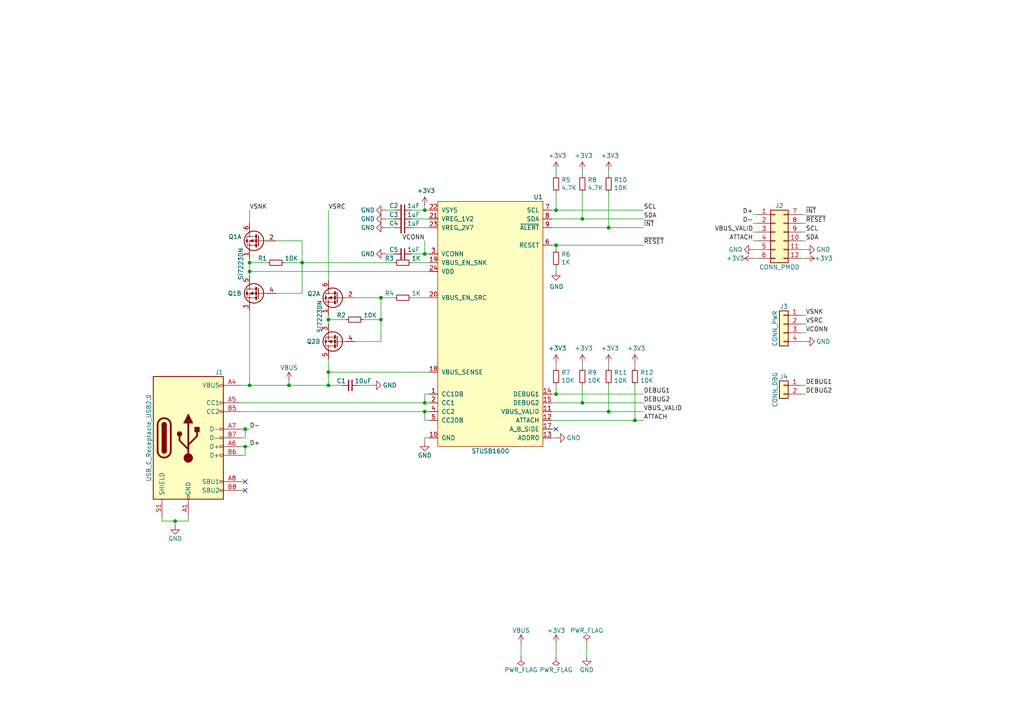
<source format=kicad_sch>
(kicad_sch (version 20230121) (generator eeschema)
  (paper "A4")
  (lib_symbols
    (symbol "Connector_Generic:Conn_01x02" (pin_names (offset 1.016) hide)
      (property "Reference" "J" (at 0 2.54 0))
      (property "Value" "Conn_01x02" (at 0 -5.08 0))
      (symbol "Conn_01x02_1_1"
        (rectangle (start -1.27 -2.413) (end 0 -2.667) (stroke (width 0.1524)))
        (rectangle (start -1.27 0.127) (end 0 -0.127) (stroke (width 0.1524)))
        (rectangle (start -1.27 1.27) (end 1.27 -3.81) (stroke (width 0.254)) (fill (type background)))
        (pin passive line (at -5.08 0 0) (length 3.81) (name "Pin_1") (number "1"))
        (pin passive line (at -5.08 -2.54 0) (length 3.81) (name "Pin_2") (number "2"))
      )
    )
    (symbol "Connector_Generic:Conn_01x04" (pin_names (offset 1.016) hide)
      (property "Reference" "J" (at 0 5.08 0))
      (property "Value" "Conn_01x04" (at 0 -7.62 0))
      (symbol "Conn_01x04_1_1"
        (rectangle (start -1.27 -4.953) (end 0 -5.207) (stroke (width 0.1524)))
        (rectangle (start -1.27 -2.413) (end 0 -2.667) (stroke (width 0.1524)))
        (rectangle (start -1.27 0.127) (end 0 -0.127) (stroke (width 0.1524)))
        (rectangle (start -1.27 2.667) (end 0 2.413) (stroke (width 0.1524)))
        (rectangle (start -1.27 3.81) (end 1.27 -6.35) (stroke (width 0.254)) (fill (type background)))
        (pin passive line (at -5.08 2.54 0) (length 3.81) (name "Pin_1") (number "1"))
        (pin passive line (at -5.08 0 0) (length 3.81) (name "Pin_2") (number "2"))
        (pin passive line (at -5.08 -2.54 0) (length 3.81) (name "Pin_3") (number "3"))
        (pin passive line (at -5.08 -5.08 0) (length 3.81) (name "Pin_4") (number "4"))
      )
    )
    (symbol "Connector_Generic:Conn_02x06_Top_Bottom" (pin_names (offset 1.016) hide)
      (property "Reference" "J" (at 1.27 7.62 0))
      (property "Value" "Conn_02x06_Top_Bottom" (at 1.27 -10.16 0))
      (symbol "Conn_02x06_Top_Bottom_1_1"
        (rectangle (start -1.27 -7.493) (end 0 -7.747) (stroke (width 0.1524)))
        (rectangle (start -1.27 -4.953) (end 0 -5.207) (stroke (width 0.1524)))
        (rectangle (start -1.27 -2.413) (end 0 -2.667) (stroke (width 0.1524)))
        (rectangle (start -1.27 0.127) (end 0 -0.127) (stroke (width 0.1524)))
        (rectangle (start -1.27 2.667) (end 0 2.413) (stroke (width 0.1524)))
        (rectangle (start -1.27 5.207) (end 0 4.953) (stroke (width 0.1524)))
        (rectangle (start -1.27 6.35) (end 3.81 -8.89) (stroke (width 0.254)) (fill (type background)))
        (rectangle (start 3.81 -7.493) (end 2.54 -7.747) (stroke (width 0.1524)))
        (rectangle (start 3.81 -4.953) (end 2.54 -5.207) (stroke (width 0.1524)))
        (rectangle (start 3.81 -2.413) (end 2.54 -2.667) (stroke (width 0.1524)))
        (rectangle (start 3.81 0.127) (end 2.54 -0.127) (stroke (width 0.1524)))
        (rectangle (start 3.81 2.667) (end 2.54 2.413) (stroke (width 0.1524)))
        (rectangle (start 3.81 5.207) (end 2.54 4.953) (stroke (width 0.1524)))
        (pin passive line (at -5.08 5.08 0) (length 3.81) (name "Pin_1") (number "1"))
        (pin passive line (at 7.62 -2.54 180) (length 3.81) (name "Pin_10") (number "10"))
        (pin passive line (at 7.62 -5.08 180) (length 3.81) (name "Pin_11") (number "11"))
        (pin passive line (at 7.62 -7.62 180) (length 3.81) (name "Pin_12") (number "12"))
        (pin passive line (at -5.08 2.54 0) (length 3.81) (name "Pin_2") (number "2"))
        (pin passive line (at -5.08 0 0) (length 3.81) (name "Pin_3") (number "3"))
        (pin passive line (at -5.08 -2.54 0) (length 3.81) (name "Pin_4") (number "4"))
        (pin passive line (at -5.08 -5.08 0) (length 3.81) (name "Pin_5") (number "5"))
        (pin passive line (at -5.08 -7.62 0) (length 3.81) (name "Pin_6") (number "6"))
        (pin passive line (at 7.62 5.08 180) (length 3.81) (name "Pin_7") (number "7"))
        (pin passive line (at 7.62 2.54 180) (length 3.81) (name "Pin_8") (number "8"))
        (pin passive line (at 7.62 0 180) (length 3.81) (name "Pin_9") (number "9"))
      )
    )
    (symbol "Device:C_Small" (pin_numbers hide) (pin_names (offset 0.254) hide)
      (property "Reference" "C" (at 0.254 1.778 0))
      (property "Value" "C_Small" (at 0.254 -2.032 0))
      (symbol "C_Small_0_1"
        (polyline (pts (xy -1.524 -0.508) (xy 1.524 -0.508)) (stroke (width 0.3302)))
        (polyline (pts (xy -1.524 0.508) (xy 1.524 0.508)) (stroke (width 0.3048)))
      )
      (symbol "C_Small_1_1"
        (pin passive line (at 0 2.54 270) (length 2.032) (name "~") (number "1"))
        (pin passive line (at 0 -2.54 90) (length 2.032) (name "~") (number "2"))
      )
    )
    (symbol "Device:R_Small" (pin_numbers hide) (pin_names (offset 0.254) hide)
      (property "Reference" "R" (at 0.762 0.508 0))
      (property "Value" "R_Small" (at 0.762 -1.016 0))
      (symbol "R_Small_0_1"
        (rectangle (start -0.762 1.778) (end 0.762 -1.778) (stroke (width 0.2032)))
      )
      (symbol "R_Small_1_1"
        (pin passive line (at 0 2.54 270) (length 0.762) (name "~") (number "1"))
        (pin passive line (at 0 -2.54 90) (length 0.762) (name "~") (number "2"))
      )
    )
    (symbol "Interface_USB_Extra:STUSB1600" (pin_names (offset 1.016))
      (property "Reference" "U" (at 13.97 21.59 0))
      (property "Value" "STUSB1600" (at 0 -52.07 0))
      (symbol "STUSB1600_0_1"
        (rectangle (start -15.24 20.32) (end 15.24 -50.8) (fill (type background)))
      )
      (symbol "STUSB1600_1_1"
        (pin bidirectional line (at -17.78 -35.56 0) (length 2.54) (name "CC1DB") (number "1"))
        (pin power_in line (at -17.78 -48.26 0) (length 2.54) (name "GND") (number "10"))
        (pin output line (at 17.78 -40.64 180) (length 2.54) (name "VBUS_VALID") (number "11"))
        (pin output line (at 17.78 -43.18 180) (length 2.54) (name "ATTACH") (number "12"))
        (pin input line (at 17.78 -48.26 180) (length 2.54) (name "ADDR0") (number "13"))
        (pin output line (at 17.78 -35.56 180) (length 2.54) (name "DEBUG1") (number "14"))
        (pin output line (at 17.78 -38.1 180) (length 2.54) (name "DEBUG2") (number "15"))
        (pin output line (at 17.78 -45.72 180) (length 2.54) (name "A_B_SIDE") (number "17"))
        (pin input line (at -17.78 -29.21 0) (length 2.54) (name "VBUS_SENSE") (number "18"))
        (pin output line (at -17.78 2.54 0) (length 2.54) (name "VBUS_EN_SNK") (number "19"))
        (pin bidirectional line (at -17.78 -38.1 0) (length 2.54) (name "CC1") (number "2"))
        (pin output line (at -17.78 -7.62 0) (length 2.54) (name "VBUS_EN_SRC") (number "20"))
        (pin power_out line (at -17.78 15.24 0) (length 2.54) (name "VREG_1V2") (number "21"))
        (pin power_in line (at -17.78 17.78 0) (length 2.54) (name "VSYS") (number "22"))
        (pin power_out line (at -17.78 12.7 0) (length 2.54) (name "VREG_2V7") (number "23"))
        (pin input line (at -17.78 0 0) (length 2.54) (name "VDD") (number "24"))
        (pin passive line (at -17.78 -48.26 0) (length 2.54) hide (name "GND") (number "25"))
        (pin input line (at -17.78 5.08 0) (length 2.54) (name "VCONN") (number "3"))
        (pin bidirectional line (at -17.78 -40.64 0) (length 2.54) (name "CC2") (number "4"))
        (pin bidirectional line (at -17.78 -43.18 0) (length 2.54) (name "CC2DB") (number "5"))
        (pin input line (at 17.78 7.62 180) (length 2.54) (name "RESET") (number "6"))
        (pin input line (at 17.78 17.78 180) (length 2.54) (name "SCL") (number "7"))
        (pin bidirectional line (at 17.78 15.24 180) (length 2.54) (name "SDA") (number "8"))
        (pin output line (at 17.78 12.7 180) (length 2.54) (name "~{ALERT}") (number "9"))
      )
    )
    (symbol "Transistor_FET_Extra:Si7223DN" (pin_names (offset 0) hide)
      (property "Reference" "Q" (at 5.08 1.905 0))
      (property "Value" "Si7223DN" (at 5.08 0 0))
      (symbol "Si7223DN_0_1"
        (polyline (pts (xy 0 0) (xy -2.54 0)))
        (polyline (pts (xy 0.635 -1.016) (xy 0.635 -1.651)) (stroke (width 0.508)))
        (polyline (pts (xy 0.635 0.381) (xy 0.635 -0.381)) (stroke (width 0.508)))
        (polyline (pts (xy 0.635 1.651) (xy 0.635 1.016)) (stroke (width 0.508)))
        (polyline (pts (xy 0 1.524) (xy 0 -1.524) (xy 0 -1.524)) (stroke (width 0.254)))
        (polyline (pts (xy 0.762 -1.27) (xy 2.54 -1.27) (xy 2.54 -2.54) (xy 2.54 -2.54)))
        (polyline (pts (xy 0.762 1.27) (xy 2.54 1.27) (xy 2.54 2.54) (xy 2.54 2.54)))
        (polyline (pts (xy 2.54 0) (xy 1.524 0.381) (xy 1.524 -0.381) (xy 2.54 0)) (fill (type outline)))
        (polyline (pts (xy 2.54 1.27) (xy 3.302 1.27) (xy 3.302 -1.27) (xy 2.54 -1.27)))
        (polyline (pts (xy 3.048 0.254) (xy 3.556 0.254) (xy 3.302 -0.381) (xy 3.048 0.254)) (fill (type outline)))
        (polyline (pts (xy 3.683 -0.127) (xy 3.556 -0.254) (xy 3.048 -0.254) (xy 2.921 -0.381)))
        (polyline (pts (xy 0.762 0) (xy 1.27 0) (xy 2.54 0) (xy 2.54 -1.27) (xy 2.54 -1.27)))
        (circle (center 1.27 0) (radius 2.8194) (stroke (width 0.254)))
        (circle (center 2.54 -1.27) (radius 0.127))
        (circle (center 2.54 1.27) (radius 0.127))
      )
      (symbol "Si7223DN_1_1"
        (polyline (pts (xy 3.048 -0.254) (xy 3.556 -0.254)))
        (pin passive line (at 2.54 -5.08 90) (length 2.54) (name "S1") (number "1"))
        (pin input line (at -5.08 0 0) (length 2.54) (name "G1") (number "2"))
        (pin passive line (at 2.54 5.08 270) (length 2.54) (name "D1") (number "6"))
      )
      (symbol "Si7223DN_2_1"
        (polyline (pts (xy 3.302 -0.381) (xy 3.048 0.254) (xy 3.556 0.254) (xy 3.302 -0.381)) (fill (type outline)))
        (pin passive line (at 2.54 -5.08 90) (length 2.54) (name "S2") (number "3"))
        (pin input line (at -5.08 0 0) (length 2.54) (name "G2") (number "4"))
        (pin passive line (at 2.54 5.08 270) (length 2.54) (name "D2") (number "5"))
      )
    )
    (symbol "power:GND" (power) (pin_names (offset 0))
      (property "Value" "GND" (at 0 -3.81 0))
      (symbol "GND_0_1"
        (polyline (pts (xy 0 0) (xy 0 -1.27) (xy 1.27 -1.27) (xy 0 -2.54) (xy -1.27 -1.27) (xy 0 -1.27)))
      )
      (symbol "GND_1_1"
        (pin power_in line (at 0 0 270) (length 0) hide (name "GND") (number "1"))
      )
    )
    (symbol "power:PWR_FLAG" (power) (pin_numbers hide) (pin_names (offset 0) hide)
      (property "Value" "PWR_FLAG" (at 0 3.81 0))
      (symbol "PWR_FLAG_0_0"
        (pin power_out line (at 0 0 90) (length 0) (name "pwr") (number "1"))
      )
      (symbol "PWR_FLAG_0_1"
        (polyline (pts (xy 0 0) (xy 0 1.27) (xy -1.016 1.905) (xy 0 2.54) (xy 1.016 1.905) (xy 0 1.27)))
      )
    )
    (symbol "power:VBUS" (power) (pin_names (offset 0))
      (property "Value" "VBUS" (at 0 3.81 0))
      (symbol "VBUS_0_1"
        (polyline (pts (xy -0.762 1.27) (xy 0 2.54)))
        (polyline (pts (xy 0 0) (xy 0 2.54)))
        (polyline (pts (xy 0 2.54) (xy 0.762 1.27)))
      )
      (symbol "VBUS_1_1"
        (pin power_in line (at 0 0 90) (length 0) hide (name "VBUS") (number "1"))
      )
    )
    (symbol "stusb1600_breakout-rescue:+3.3V-power" (power) (pin_names (offset 0))
      (property "Value" "+3.3V-power" (at 0 3.556 0))
      (symbol "+3.3V-power_0_1"
        (polyline (pts (xy -0.762 1.27) (xy 0 2.54)))
        (polyline (pts (xy 0 0) (xy 0 2.54)))
        (polyline (pts (xy 0 2.54) (xy 0.762 1.27)))
      )
      (symbol "+3.3V-power_1_1"
        (pin power_in line (at 0 0 90) (length 0) hide (name "+3V3") (number "1"))
      )
    )
    (symbol "stusb1600_breakout-rescue:USB_C_Receptacle_USB2.0-Connector" (pin_names (offset 1.016))
      (property "Reference" "J" (at -10.16 19.05 0))
      (property "Value" "Connector_USB_C_Receptacle_USB2.0" (at 19.05 19.05 0))
      (symbol "USB_C_Receptacle_USB2.0-Connector_0_0"
        (rectangle (start -0.254 -17.78) (end 0.254 -16.764))
        (rectangle (start 10.16 -14.986) (end 9.144 -15.494))
        (rectangle (start 10.16 -12.446) (end 9.144 -12.954))
        (rectangle (start 10.16 -4.826) (end 9.144 -5.334))
        (rectangle (start 10.16 -2.286) (end 9.144 -2.794))
        (rectangle (start 10.16 0.254) (end 9.144 -0.254))
        (rectangle (start 10.16 2.794) (end 9.144 2.286))
        (rectangle (start 10.16 7.874) (end 9.144 7.366))
        (rectangle (start 10.16 10.414) (end 9.144 9.906))
        (rectangle (start 10.16 15.494) (end 9.144 14.986))
      )
      (symbol "USB_C_Receptacle_USB2.0-Connector_0_1"
        (rectangle (start -10.16 17.78) (end 10.16 -17.78) (stroke (width 0.254)) (fill (type background)))
        (arc (start -8.89 -3.81) (mid -6.985 -5.7067) (end -5.08 -3.81) (stroke (width 0.508)))
        (arc (start -7.62 -3.81) (mid -6.985 -4.4423) (end -6.35 -3.81) (stroke (width 0.254)))
        (arc (start -7.62 -3.81) (mid -6.985 -4.4423) (end -6.35 -3.81) (stroke (width 0.254)) (fill (type outline)))
        (rectangle (start -7.62 -3.81) (end -6.35 3.81) (stroke (width 0.254)) (fill (type outline)))
        (arc (start -6.35 3.81) (mid -6.985 4.4423) (end -7.62 3.81) (stroke (width 0.254)))
        (arc (start -6.35 3.81) (mid -6.985 4.4423) (end -7.62 3.81) (stroke (width 0.254)) (fill (type outline)))
        (arc (start -5.08 3.81) (mid -6.985 5.7067) (end -8.89 3.81) (stroke (width 0.508)))
        (circle (center -2.54 1.143) (radius 0.635) (stroke (width 0.254)) (fill (type outline)))
        (circle (center 0 -5.842) (radius 1.27) (fill (type outline)))
        (polyline (pts (xy -8.89 -3.81) (xy -8.89 3.81)) (stroke (width 0.508)))
        (polyline (pts (xy -5.08 3.81) (xy -5.08 -3.81)) (stroke (width 0.508)))
        (polyline (pts (xy 0 -5.842) (xy 0 4.318)) (stroke (width 0.508)))
        (polyline (pts (xy 0 -3.302) (xy -2.54 -0.762) (xy -2.54 0.508)) (stroke (width 0.508)))
        (polyline (pts (xy 0 -2.032) (xy 2.54 0.508) (xy 2.54 1.778)) (stroke (width 0.508)))
        (polyline (pts (xy -1.27 4.318) (xy 0 6.858) (xy 1.27 4.318) (xy -1.27 4.318)) (stroke (width 0.254)) (fill (type outline)))
        (rectangle (start 1.905 1.778) (end 3.175 3.048) (stroke (width 0.254)) (fill (type outline)))
      )
      (symbol "USB_C_Receptacle_USB2.0-Connector_1_1"
        (pin power_in line (at 0 -22.86 90) (length 5.08) (name "GND") (number "A1"))
        (pin passive line (at 0 -22.86 90) (length 5.08) hide (name "GND") (number "A12"))
        (pin power_in line (at 15.24 15.24 180) (length 5.08) (name "VBUS") (number "A4"))
        (pin bidirectional line (at 15.24 10.16 180) (length 5.08) (name "CC1") (number "A5"))
        (pin bidirectional line (at 15.24 -2.54 180) (length 5.08) (name "D+") (number "A6"))
        (pin bidirectional line (at 15.24 2.54 180) (length 5.08) (name "D-") (number "A7"))
        (pin bidirectional line (at 15.24 -12.7 180) (length 5.08) (name "SBU1") (number "A8"))
        (pin passive line (at 15.24 15.24 180) (length 5.08) hide (name "VBUS") (number "A9"))
        (pin passive line (at 0 -22.86 90) (length 5.08) hide (name "GND") (number "B1"))
        (pin passive line (at 0 -22.86 90) (length 5.08) hide (name "GND") (number "B12"))
        (pin passive line (at 15.24 15.24 180) (length 5.08) hide (name "VBUS") (number "B4"))
        (pin bidirectional line (at 15.24 7.62 180) (length 5.08) (name "CC2") (number "B5"))
        (pin bidirectional line (at 15.24 -5.08 180) (length 5.08) (name "D+") (number "B6"))
        (pin bidirectional line (at 15.24 0 180) (length 5.08) (name "D-") (number "B7"))
        (pin bidirectional line (at 15.24 -15.24 180) (length 5.08) (name "SBU2") (number "B8"))
        (pin passive line (at 15.24 15.24 180) (length 5.08) hide (name "VBUS") (number "B9"))
        (pin passive line (at -7.62 -22.86 90) (length 5.08) (name "SHIELD") (number "S1"))
      )
    )
  )
  (junction (at 123.19 119.38))
  (junction (at 72.39 111.76))
  (junction (at 110.49 92.71))
  (junction (at 72.39 78.74))
  (junction (at 95.25 111.76))
  (junction (at 50.8 151.13))
  (junction (at 184.15 121.92))
  (junction (at 87.63 76.2))
  (junction (at 161.29 71.12))
  (junction (at 72.39 76.2))
  (junction (at 110.49 86.36))
  (junction (at 71.12 129.54))
  (junction (at 161.29 114.3))
  (junction (at 168.91 63.5))
  (junction (at 71.12 124.46))
  (junction (at 123.19 60.96))
  (junction (at 176.53 66.04))
  (junction (at 176.53 119.38))
  (junction (at 168.91 116.84))
  (junction (at 123.19 116.84))
  (junction (at 95.25 107.95))
  (junction (at 83.82 111.76))
  (junction (at 95.25 92.71))
  (junction (at 123.19 73.66))
  (junction (at 161.29 60.96))
  (no_connect (at 71.12 139.7))
  (no_connect (at 161.29 124.46))
  (no_connect (at 71.12 142.24))
  (wire (pts (xy 124.46 127) (xy 123.19 127)))
  (wire (pts (xy 232.41 64.77) (xy 233.68 64.77)))
  (wire (pts (xy 160.02 121.92) (xy 184.15 121.92)))
  (wire (pts (xy 170.18 190.5) (xy 170.18 186.69)))
  (wire (pts (xy 160.02 114.3) (xy 161.29 114.3)))
  (wire (pts (xy 72.39 64.77) (xy 72.39 60.96)))
  (wire (pts (xy 219.71 69.85) (xy 218.44 69.85)))
  (wire (pts (xy 95.25 107.95) (xy 95.25 111.76)))
  (wire (pts (xy 123.19 114.3) (xy 123.19 116.84)))
  (wire (pts (xy 114.3 60.96) (xy 111.76 60.96)))
  (wire (pts (xy 114.3 63.5) (xy 111.76 63.5)))
  (wire (pts (xy 72.39 78.74) (xy 124.46 78.74)))
  (wire (pts (xy 77.47 76.2) (xy 72.39 76.2)))
  (wire (pts (xy 161.29 71.12) (xy 186.69 71.12)))
  (wire (pts (xy 168.91 116.84) (xy 186.69 116.84)))
  (wire (pts (xy 69.85 116.84) (xy 123.19 116.84)))
  (wire (pts (xy 151.13 186.69) (xy 151.13 190.5)))
  (wire (pts (xy 123.19 119.38) (xy 124.46 119.38)))
  (wire (pts (xy 176.53 111.76) (xy 176.53 119.38)))
  (wire (pts (xy 160.02 66.04) (xy 176.53 66.04)))
  (wire (pts (xy 176.53 66.04) (xy 186.69 66.04)))
  (wire (pts (xy 168.91 55.88) (xy 168.91 63.5)))
  (wire (pts (xy 71.12 129.54) (xy 72.39 129.54)))
  (wire (pts (xy 219.71 74.93) (xy 218.44 74.93)))
  (wire (pts (xy 123.19 60.96) (xy 119.38 60.96)))
  (wire (pts (xy 95.25 107.95) (xy 95.25 104.14)))
  (wire (pts (xy 232.41 69.85) (xy 233.68 69.85)))
  (wire (pts (xy 71.12 124.46) (xy 72.39 124.46)))
  (wire (pts (xy 119.38 66.04) (xy 124.46 66.04)))
  (wire (pts (xy 87.63 85.09) (xy 80.01 85.09)))
  (wire (pts (xy 104.14 111.76) (xy 107.95 111.76)))
  (wire (pts (xy 232.41 67.31) (xy 233.68 67.31)))
  (wire (pts (xy 161.29 50.8) (xy 161.29 49.53)))
  (wire (pts (xy 160.02 127) (xy 161.29 127)))
  (wire (pts (xy 69.85 119.38) (xy 123.19 119.38)))
  (wire (pts (xy 160.02 71.12) (xy 161.29 71.12)))
  (wire (pts (xy 161.29 60.96) (xy 161.29 55.88)))
  (wire (pts (xy 123.19 121.92) (xy 123.19 119.38)))
  (wire (pts (xy 232.41 111.76) (xy 233.68 111.76)))
  (wire (pts (xy 184.15 121.92) (xy 186.69 121.92)))
  (wire (pts (xy 50.8 151.13) (xy 54.61 151.13)))
  (wire (pts (xy 69.85 142.24) (xy 71.12 142.24)))
  (wire (pts (xy 95.25 111.76) (xy 99.06 111.76)))
  (wire (pts (xy 105.41 92.71) (xy 110.49 92.71)))
  (wire (pts (xy 160.02 116.84) (xy 168.91 116.84)))
  (wire (pts (xy 168.91 50.8) (xy 168.91 49.53)))
  (wire (pts (xy 161.29 60.96) (xy 186.69 60.96)))
  (wire (pts (xy 95.25 111.76) (xy 83.82 111.76)))
  (wire (pts (xy 176.53 49.53) (xy 176.53 50.8)))
  (wire (pts (xy 72.39 90.17) (xy 72.39 111.76)))
  (wire (pts (xy 124.46 121.92) (xy 123.19 121.92)))
  (wire (pts (xy 119.38 86.36) (xy 124.46 86.36)))
  (wire (pts (xy 123.19 127) (xy 123.19 128.27)))
  (wire (pts (xy 50.8 151.13) (xy 50.8 152.4)))
  (wire (pts (xy 161.29 186.69) (xy 161.29 190.5)))
  (wire (pts (xy 95.25 92.71) (xy 95.25 93.98)))
  (wire (pts (xy 160.02 119.38) (xy 176.53 119.38)))
  (wire (pts (xy 72.39 111.76) (xy 69.85 111.76)))
  (wire (pts (xy 114.3 76.2) (xy 87.63 76.2)))
  (wire (pts (xy 114.3 73.66) (xy 111.76 73.66)))
  (wire (pts (xy 72.39 78.74) (xy 72.39 76.2)))
  (wire (pts (xy 83.82 111.76) (xy 72.39 111.76)))
  (wire (pts (xy 71.12 132.08) (xy 71.12 129.54)))
  (wire (pts (xy 232.41 62.23) (xy 233.68 62.23)))
  (wire (pts (xy 160.02 124.46) (xy 161.29 124.46)))
  (wire (pts (xy 161.29 114.3) (xy 161.29 111.76)))
  (wire (pts (xy 124.46 107.95) (xy 95.25 107.95)))
  (wire (pts (xy 161.29 77.47) (xy 161.29 78.74)))
  (wire (pts (xy 102.87 86.36) (xy 110.49 86.36)))
  (wire (pts (xy 160.02 63.5) (xy 168.91 63.5)))
  (wire (pts (xy 232.41 74.93) (xy 233.68 74.93)))
  (wire (pts (xy 87.63 76.2) (xy 87.63 85.09)))
  (wire (pts (xy 69.85 124.46) (xy 71.12 124.46)))
  (wire (pts (xy 219.71 64.77) (xy 218.44 64.77)))
  (wire (pts (xy 232.41 96.52) (xy 233.68 96.52)))
  (wire (pts (xy 168.91 63.5) (xy 186.69 63.5)))
  (wire (pts (xy 72.39 80.01) (xy 72.39 78.74)))
  (wire (pts (xy 110.49 92.71) (xy 110.49 99.06)))
  (wire (pts (xy 69.85 129.54) (xy 71.12 129.54)))
  (wire (pts (xy 184.15 111.76) (xy 184.15 121.92)))
  (wire (pts (xy 71.12 127) (xy 71.12 124.46)))
  (wire (pts (xy 219.71 67.31) (xy 218.44 67.31)))
  (wire (pts (xy 69.85 139.7) (xy 71.12 139.7)))
  (wire (pts (xy 123.19 60.96) (xy 123.19 59.69)))
  (wire (pts (xy 123.19 73.66) (xy 124.46 73.66)))
  (wire (pts (xy 232.41 114.3) (xy 233.68 114.3)))
  (wire (pts (xy 83.82 111.76) (xy 83.82 110.49)))
  (wire (pts (xy 69.85 132.08) (xy 71.12 132.08)))
  (wire (pts (xy 87.63 69.85) (xy 87.63 76.2)))
  (wire (pts (xy 124.46 114.3) (xy 123.19 114.3)))
  (wire (pts (xy 123.19 69.85) (xy 123.19 73.66)))
  (wire (pts (xy 110.49 99.06) (xy 102.87 99.06)))
  (wire (pts (xy 46.99 149.86) (xy 46.99 151.13)))
  (wire (pts (xy 119.38 63.5) (xy 124.46 63.5)))
  (wire (pts (xy 82.55 76.2) (xy 87.63 76.2)))
  (wire (pts (xy 168.91 111.76) (xy 168.91 116.84)))
  (wire (pts (xy 219.71 62.23) (xy 218.44 62.23)))
  (wire (pts (xy 95.25 91.44) (xy 95.25 92.71)))
  (wire (pts (xy 176.53 105.41) (xy 176.53 106.68)))
  (wire (pts (xy 95.25 81.28) (xy 95.25 60.96)))
  (wire (pts (xy 119.38 73.66) (xy 123.19 73.66)))
  (wire (pts (xy 161.29 106.68) (xy 161.29 105.41)))
  (wire (pts (xy 54.61 151.13) (xy 54.61 149.86)))
  (wire (pts (xy 110.49 86.36) (xy 110.49 92.71)))
  (wire (pts (xy 232.41 91.44) (xy 233.68 91.44)))
  (wire (pts (xy 161.29 114.3) (xy 186.69 114.3)))
  (wire (pts (xy 124.46 76.2) (xy 119.38 76.2)))
  (wire (pts (xy 176.53 119.38) (xy 186.69 119.38)))
  (wire (pts (xy 72.39 76.2) (xy 72.39 74.93)))
  (wire (pts (xy 232.41 99.06) (xy 233.68 99.06)))
  (wire (pts (xy 95.25 92.71) (xy 100.33 92.71)))
  (wire (pts (xy 168.91 106.68) (xy 168.91 105.41)))
  (wire (pts (xy 160.02 60.96) (xy 161.29 60.96)))
  (wire (pts (xy 232.41 93.98) (xy 233.68 93.98)))
  (wire (pts (xy 176.53 55.88) (xy 176.53 66.04)))
  (wire (pts (xy 114.3 66.04) (xy 111.76 66.04)))
  (wire (pts (xy 232.41 72.39) (xy 233.68 72.39)))
  (wire (pts (xy 110.49 86.36) (xy 114.3 86.36)))
  (wire (pts (xy 161.29 71.12) (xy 161.29 72.39)))
  (wire (pts (xy 184.15 105.41) (xy 184.15 106.68)))
  (wire (pts (xy 46.99 151.13) (xy 50.8 151.13)))
  (wire (pts (xy 80.01 69.85) (xy 87.63 69.85)))
  (wire (pts (xy 219.71 72.39) (xy 218.44 72.39)))
  (wire (pts (xy 69.85 127) (xy 71.12 127)))
  (wire (pts (xy 123.19 116.84) (xy 124.46 116.84)))
  (wire (pts (xy 124.46 60.96) (xy 123.19 60.96)))
  (label "~{RESET}" (at 186.69 71.12 0))
  (label "VBUS_VALID" (at 218.44 67.31 180))
  (label "D+" (at 72.39 129.54 0))
  (label "SDA" (at 233.68 69.85 0))
  (label "VCONN" (at 123.19 69.85 180))
  (label "ATTACH" (at 186.69 121.92 0))
  (label "DEBUG1" (at 186.69 114.3 0))
  (label "VSRC" (at 95.25 60.96 0))
  (label "D+" (at 218.44 62.23 180))
  (label "VCONN" (at 233.68 96.52 0))
  (label "~{RESET}" (at 233.68 64.77 0))
  (label "VSRC" (at 233.68 93.98 0))
  (label "VSNK" (at 233.68 91.44 0))
  (label "DEBUG2" (at 186.69 116.84 0))
  (label "ATTACH" (at 218.44 69.85 180))
  (label "SDA" (at 186.69 63.5 0))
  (label "SCL" (at 186.69 60.96 0))
  (label "VSNK" (at 72.39 60.96 0))
  (label "DEBUG2" (at 233.68 114.3 0))
  (label "D-" (at 218.44 64.77 180))
  (label "SCL" (at 233.68 67.31 0))
  (label "D-" (at 72.39 124.46 0))
  (label "DEBUG1" (at 233.68 111.76 0))
  (label "VBUS_VALID" (at 186.69 119.38 0))
  (label "~{INT}" (at 233.68 62.23 0))
  (label "~{INT}" (at 186.69 66.04 0))
  (symbol (lib_id "Interface_USB_Extra:STUSB1600") (at 142.24 78.74 0) (unit 1)
    (property "Reference" "U1" (at 157.48 57.15 0) (effects (justify right)))
    (property "Value" "STUSB1600" (at 142.24 130.81 0))
    (property "Footprint" "Package_DFN_QFN:QFN-24-1EP_4x4mm_P0.5mm_EP2.7x2.7mm" (effects hide))
  )
  (symbol (lib_id "Device:R_Small") (at 161.29 74.93 0) (unit 1)
    (property "Reference" "R6" (at 162.7886 73.7616 0) (effects (justify left)))
    (property "Value" "1K" (at 162.7886 76.073 0) (effects (justify left)))
    (property "Footprint" "Resistor_SMD:R_0402_1005Metric" (effects hide))
  )
  (symbol (lib_id "power:GND") (at 161.29 78.74 0) (unit 1)
    (property "Reference" "#PWR0101" (effects hide))
    (property "Value" "GND" (at 161.417 83.1342 0))
  )
  (symbol (lib_id "Device:R_Small") (at 161.29 53.34 0) (unit 1)
    (property "Reference" "R5" (at 162.7886 52.1716 0) (effects (justify left)))
    (property "Value" "4.7K" (at 162.7886 54.483 0) (effects (justify left)))
    (property "Footprint" "Resistor_SMD:R_0402_1005Metric" (effects hide))
  )
  (symbol (lib_id "Device:R_Small") (at 168.91 53.34 0) (unit 1)
    (property "Reference" "R8" (at 170.4086 52.1716 0) (effects (justify left)))
    (property "Value" "4.7K" (at 170.4086 54.483 0) (effects (justify left)))
    (property "Footprint" "Resistor_SMD:R_0402_1005Metric" (effects hide))
  )
  (symbol (lib_id "stusb1600_breakout-rescue:+3.3V-power") (at 168.91 49.53 0) (unit 1)
    (property "Reference" "#PWR0103" (effects hide))
    (property "Value" "+3.3V" (at 169.291 45.1358 0))
  )
  (symbol (lib_id "stusb1600_breakout-rescue:+3.3V-power") (at 161.29 49.53 0) (unit 1)
    (property "Reference" "#PWR0102" (effects hide))
    (property "Value" "+3.3V" (at 161.671 45.1358 0))
  )
  (symbol (lib_id "power:GND") (at 161.29 127 90) (unit 1)
    (property "Reference" "#PWR0104" (effects hide))
    (property "Value" "GND" (at 166.37 127 90))
  )
  (symbol (lib_id "power:GND") (at 123.19 128.27 0) (unit 1)
    (property "Reference" "#PWR0105" (effects hide))
    (property "Value" "GND" (at 123.19 132.08 0))
  )
  (symbol (lib_id "Device:C_Small") (at 116.84 60.96 270) (unit 1)
    (property "Reference" "C2" (at 115.57 59.69 90) (effects (justify right)))
    (property "Value" "1uF" (at 118.11 59.69 90) (effects (justify left)))
    (property "Footprint" "Capacitor_SMD:C_0603_1608Metric" (effects hide))
  )
  (symbol (lib_id "Device:C_Small") (at 116.84 63.5 270) (unit 1)
    (property "Reference" "C3" (at 115.57 62.23 90) (effects (justify right)))
    (property "Value" "1uF" (at 118.11 62.23 90) (effects (justify left)))
    (property "Footprint" "Capacitor_SMD:C_0603_1608Metric" (effects hide))
  )
  (symbol (lib_id "Device:C_Small") (at 116.84 66.04 270) (unit 1)
    (property "Reference" "C4" (at 115.57 64.77 90) (effects (justify right)))
    (property "Value" "1uF" (at 118.11 64.77 90) (effects (justify left)))
    (property "Footprint" "Capacitor_SMD:C_0603_1608Metric" (effects hide))
  )
  (symbol (lib_id "power:GND") (at 111.76 60.96 270) (unit 1)
    (property "Reference" "#PWR0106" (effects hide))
    (property "Value" "GND" (at 106.68 60.96 90))
  )
  (symbol (lib_id "power:GND") (at 111.76 63.5 270) (unit 1)
    (property "Reference" "#PWR0107" (effects hide))
    (property "Value" "GND" (at 106.68 63.5 90))
  )
  (symbol (lib_id "power:GND") (at 111.76 66.04 270) (unit 1)
    (property "Reference" "#PWR0108" (effects hide))
    (property "Value" "GND" (at 106.68 66.04 90))
  )
  (symbol (lib_id "stusb1600_breakout-rescue:+3.3V-power") (at 123.19 59.69 0) (unit 1)
    (property "Reference" "#PWR0109" (effects hide))
    (property "Value" "+3.3V" (at 123.571 55.2958 0))
  )
  (symbol (lib_id "Device:C_Small") (at 116.84 73.66 270) (unit 1)
    (property "Reference" "C5" (at 115.57 72.39 90) (effects (justify right)))
    (property "Value" "1uF" (at 118.11 72.39 90) (effects (justify left)))
    (property "Footprint" "Capacitor_SMD:C_0603_1608Metric" (effects hide))
  )
  (symbol (lib_id "power:GND") (at 111.76 73.66 270) (unit 1)
    (property "Reference" "#PWR0110" (effects hide))
    (property "Value" "GND" (at 106.68 73.66 90))
  )
  (symbol (lib_id "stusb1600_breakout-rescue:USB_C_Receptacle_USB2.0-Connector") (at 54.61 127 0) (unit 1)
    (property "Reference" "J1" (at 64.77 107.95 0) (effects (justify right)))
    (property "Value" "USB_C_Receptacle_USB2.0" (at 43.18 127 90))
    (property "Footprint" "Connector_USB_Extra:USB_C_Receptacle_GT-USB-7010" (effects hide))
    (property "Datasheet" "https://www.usb.org/sites/default/files/documents/usb_type-c.zip" (effects hide))
  )
  (symbol (lib_id "power:GND") (at 50.8 152.4 0) (unit 1)
    (property "Reference" "#PWR0111" (effects hide))
    (property "Value" "GND" (at 50.8 156.21 0))
  )
  (symbol (lib_id "Transistor_FET_Extra:Si7223DN") (at 74.93 69.85 0) (mirror y) (unit 1)
    (property "Reference" "Q1" (at 70.0786 68.6816 0) (effects (justify left)))
    (property "Value" "Si7223DN" (at 69.85 81.28 90) (effects (justify left)))
    (property "Footprint" "Package_SO:Vishay_PowerPAK_1212-8_Dual" (effects hide))
    (property "Datasheet" "http://www.infineon.com/dgdl/irf7324pbf.pdf?fileId=5546d462533600a4015355f5f0861b4b" (effects hide))
  )
  (symbol (lib_id "Transistor_FET_Extra:Si7223DN") (at 74.93 85.09 0) (mirror y) (unit 2)
    (property "Reference" "Q1" (at 70.0786 85.09 0) (effects (justify left)))
    (property "Value" "Si7223DN" (effects hide))
    (property "Footprint" "Package_SO:Vishay_PowerPAK_1212-8_Dual" (effects hide))
    (property "Datasheet" "http://www.infineon.com/dgdl/irf7324pbf.pdf?fileId=5546d462533600a4015355f5f0861b4b" (effects hide))
  )
  (symbol (lib_id "Device:R_Small") (at 80.01 76.2 270) (unit 1)
    (property "Reference" "R1" (at 77.47 74.93 90) (effects (justify right)))
    (property "Value" "10K" (at 82.55 74.93 90) (effects (justify left)))
    (property "Footprint" "Resistor_SMD:R_0402_1005Metric" (effects hide))
  )
  (symbol (lib_id "Transistor_FET_Extra:Si7223DN") (at 97.79 86.36 0) (mirror y) (unit 1)
    (property "Reference" "Q2" (at 92.9386 85.1916 0) (effects (justify left)))
    (property "Value" "Si7223DN" (at 92.71 96.52 90) (effects (justify left)))
    (property "Footprint" "Package_SO:Vishay_PowerPAK_1212-8_Dual" (effects hide))
    (property "Datasheet" "http://www.infineon.com/dgdl/irf7324pbf.pdf?fileId=5546d462533600a4015355f5f0861b4b" (effects hide))
  )
  (symbol (lib_id "Transistor_FET_Extra:Si7223DN") (at 97.79 99.06 180) (unit 2)
    (property "Reference" "Q2" (at 92.9386 99.06 0) (effects (justify left)))
    (property "Value" "Si7223DN" (effects hide))
    (property "Footprint" "Package_SO:Vishay_PowerPAK_1212-8_Dual" (effects hide))
    (property "Datasheet" "http://www.infineon.com/dgdl/irf7324pbf.pdf?fileId=5546d462533600a4015355f5f0861b4b" (effects hide))
  )
  (symbol (lib_id "Device:R_Small") (at 102.87 92.71 270) (unit 1)
    (property "Reference" "R2" (at 100.33 91.44 90) (effects (justify right)))
    (property "Value" "10K" (at 105.41 91.44 90) (effects (justify left)))
    (property "Footprint" "Resistor_SMD:R_0402_1005Metric" (effects hide))
  )
  (symbol (lib_id "Device:C_Small") (at 101.6 111.76 270) (unit 1)
    (property "Reference" "C1" (at 100.33 110.49 90) (effects (justify right)))
    (property "Value" "10uF" (at 102.87 110.49 90) (effects (justify left)))
    (property "Footprint" "Capacitor_SMD:C_0603_1608Metric" (effects hide))
  )
  (symbol (lib_id "power:GND") (at 107.95 111.76 90) (unit 1)
    (property "Reference" "#PWR0112" (effects hide))
    (property "Value" "GND" (at 113.03 111.76 90))
  )
  (symbol (lib_id "Device:R_Small") (at 161.29 109.22 0) (unit 1)
    (property "Reference" "R7" (at 162.7886 108.0516 0) (effects (justify left)))
    (property "Value" "10K" (at 162.7886 110.363 0) (effects (justify left)))
    (property "Footprint" "Resistor_SMD:R_0402_1005Metric" (effects hide))
  )
  (symbol (lib_id "Device:R_Small") (at 168.91 109.22 0) (unit 1)
    (property "Reference" "R9" (at 170.4086 108.0516 0) (effects (justify left)))
    (property "Value" "10K" (at 170.4086 110.363 0) (effects (justify left)))
    (property "Footprint" "Resistor_SMD:R_0402_1005Metric" (effects hide))
  )
  (symbol (lib_id "Device:R_Small") (at 176.53 109.22 0) (unit 1)
    (property "Reference" "R11" (at 178.0286 108.0516 0) (effects (justify left)))
    (property "Value" "10K" (at 178.0286 110.363 0) (effects (justify left)))
    (property "Footprint" "Resistor_SMD:R_0402_1005Metric" (effects hide))
  )
  (symbol (lib_id "Device:R_Small") (at 184.15 109.22 0) (unit 1)
    (property "Reference" "R12" (at 185.6486 108.0516 0) (effects (justify left)))
    (property "Value" "10K" (at 185.6486 110.363 0) (effects (justify left)))
    (property "Footprint" "Resistor_SMD:R_0402_1005Metric" (effects hide))
  )
  (symbol (lib_id "stusb1600_breakout-rescue:+3.3V-power") (at 161.29 105.41 0) (unit 1)
    (property "Reference" "#PWR0113" (effects hide))
    (property "Value" "+3.3V" (at 161.671 101.0158 0))
  )
  (symbol (lib_id "stusb1600_breakout-rescue:+3.3V-power") (at 168.91 105.41 0) (unit 1)
    (property "Reference" "#PWR0114" (effects hide))
    (property "Value" "+3.3V" (at 169.291 101.0158 0))
  )
  (symbol (lib_id "stusb1600_breakout-rescue:+3.3V-power") (at 176.53 105.41 0) (unit 1)
    (property "Reference" "#PWR0115" (effects hide))
    (property "Value" "+3.3V" (at 176.911 101.0158 0))
  )
  (symbol (lib_id "stusb1600_breakout-rescue:+3.3V-power") (at 184.15 105.41 0) (unit 1)
    (property "Reference" "#PWR0116" (effects hide))
    (property "Value" "+3.3V" (at 184.531 101.0158 0))
  )
  (symbol (lib_id "Device:R_Small") (at 116.84 76.2 270) (unit 1)
    (property "Reference" "R3" (at 114.3 74.93 90) (effects (justify right)))
    (property "Value" "1K" (at 119.38 74.93 90) (effects (justify left)))
    (property "Footprint" "Resistor_SMD:R_0402_1005Metric" (effects hide))
  )
  (symbol (lib_id "Device:R_Small") (at 116.84 86.36 270) (unit 1)
    (property "Reference" "R4" (at 114.3 85.09 90) (effects (justify right)))
    (property "Value" "1K" (at 119.38 85.09 90) (effects (justify left)))
    (property "Footprint" "Resistor_SMD:R_0402_1005Metric" (effects hide))
  )
  (symbol (lib_id "Device:R_Small") (at 176.53 53.34 0) (unit 1)
    (property "Reference" "R10" (at 178.0286 52.1716 0) (effects (justify left)))
    (property "Value" "10K" (at 178.0286 54.483 0) (effects (justify left)))
    (property "Footprint" "Resistor_SMD:R_0402_1005Metric" (effects hide))
  )
  (symbol (lib_id "stusb1600_breakout-rescue:+3.3V-power") (at 176.53 49.53 0) (unit 1)
    (property "Reference" "#PWR0117" (effects hide))
    (property "Value" "+3.3V" (at 176.911 45.1358 0))
  )
  (symbol (lib_id "power:GND") (at 233.68 72.39 90) (mirror x) (unit 1)
    (property "Reference" "#PWR0118" (effects hide))
    (property "Value" "GND" (at 238.76 72.39 90))
  )
  (symbol (lib_id "stusb1600_breakout-rescue:+3.3V-power") (at 233.68 74.93 270) (mirror x) (unit 1)
    (property "Reference" "#PWR0119" (effects hide))
    (property "Value" "+3.3V" (at 236.22 74.93 90) (effects (justify left)))
  )
  (symbol (lib_id "Connector_Generic:Conn_02x06_Top_Bottom") (at 224.79 67.31 0) (unit 1)
    (property "Reference" "J2" (at 226.06 59.69 0))
    (property "Value" "CONN_PMOD" (at 226.06 77.47 0))
    (property "Footprint" "Connector_PinHeader_2.54mm_Extra:PMODHeader_2x06_P2.54mm_Horizontal" (effects hide))
  )
  (symbol (lib_id "stusb1600_breakout-rescue:+3.3V-power") (at 218.44 74.93 90) (mirror x) (unit 1)
    (property "Reference" "#PWR0120" (effects hide))
    (property "Value" "+3.3V" (at 215.9 74.93 90) (effects (justify left)))
  )
  (symbol (lib_id "power:GND") (at 218.44 72.39 270) (mirror x) (unit 1)
    (property "Reference" "#PWR0121" (effects hide))
    (property "Value" "GND" (at 213.36 72.39 90))
  )
  (symbol (lib_id "power:GND") (at 233.68 99.06 90) (unit 1)
    (property "Reference" "#PWR0122" (effects hide))
    (property "Value" "GND" (at 238.76 99.06 90))
  )
  (symbol (lib_id "Connector_Generic:Conn_01x04") (at 227.33 93.98 0) (mirror y) (unit 1)
    (property "Reference" "J3" (at 227.33 88.9 0))
    (property "Value" "CONN_PWR" (at 224.79 95.25 90))
    (property "Footprint" "Connector_PinHeader_2.54mm:PinHeader_1x04_P2.54mm_Vertical" (effects hide))
  )
  (symbol (lib_id "Connector_Generic:Conn_01x02") (at 227.33 111.76 0) (mirror y) (unit 1)
    (property "Reference" "J4" (at 227.33 109.22 0))
    (property "Value" "CONN_DBG" (at 224.79 113.03 90))
    (property "Footprint" "Connector_PinHeader_2.54mm:PinHeader_1x02_P2.54mm_Vertical" (effects hide))
  )
  (symbol (lib_id "stusb1600_breakout-rescue:+3.3V-power") (at 161.29 186.69 0) (unit 1)
    (property "Reference" "#PWR0123" (effects hide))
    (property "Value" "+3.3V" (at 161.29 182.88 0))
  )
  (symbol (lib_id "power:GND") (at 170.18 190.5 0) (unit 1)
    (property "Reference" "#PWR0124" (effects hide))
    (property "Value" "GND" (at 170.18 194.31 0))
  )
  (symbol (lib_id "power:PWR_FLAG") (at 170.18 186.69 0) (unit 1)
    (property "Reference" "#FLG0101" (effects hide))
    (property "Value" "PWR_FLAG" (at 170.18 182.88 0))
  )
  (symbol (lib_id "power:PWR_FLAG") (at 161.29 190.5 180) (unit 1)
    (property "Reference" "#FLG0102" (effects hide))
    (property "Value" "PWR_FLAG" (at 161.29 194.31 0))
  )
  (symbol (lib_id "power:VBUS") (at 83.82 110.49 0) (unit 1)
    (property "Reference" "#PWR0125" (effects hide))
    (property "Value" "VBUS" (at 83.82 106.68 0))
  )
  (symbol (lib_id "power:VBUS") (at 151.13 186.69 0) (unit 1)
    (property "Reference" "#PWR0126" (effects hide))
    (property "Value" "VBUS" (at 151.13 182.88 0))
  )
  (symbol (lib_id "power:PWR_FLAG") (at 151.13 190.5 180) (unit 1)
    (property "Reference" "#FLG0103" (effects hide))
    (property "Value" "PWR_FLAG" (at 151.13 194.31 0))
  )
)
</source>
